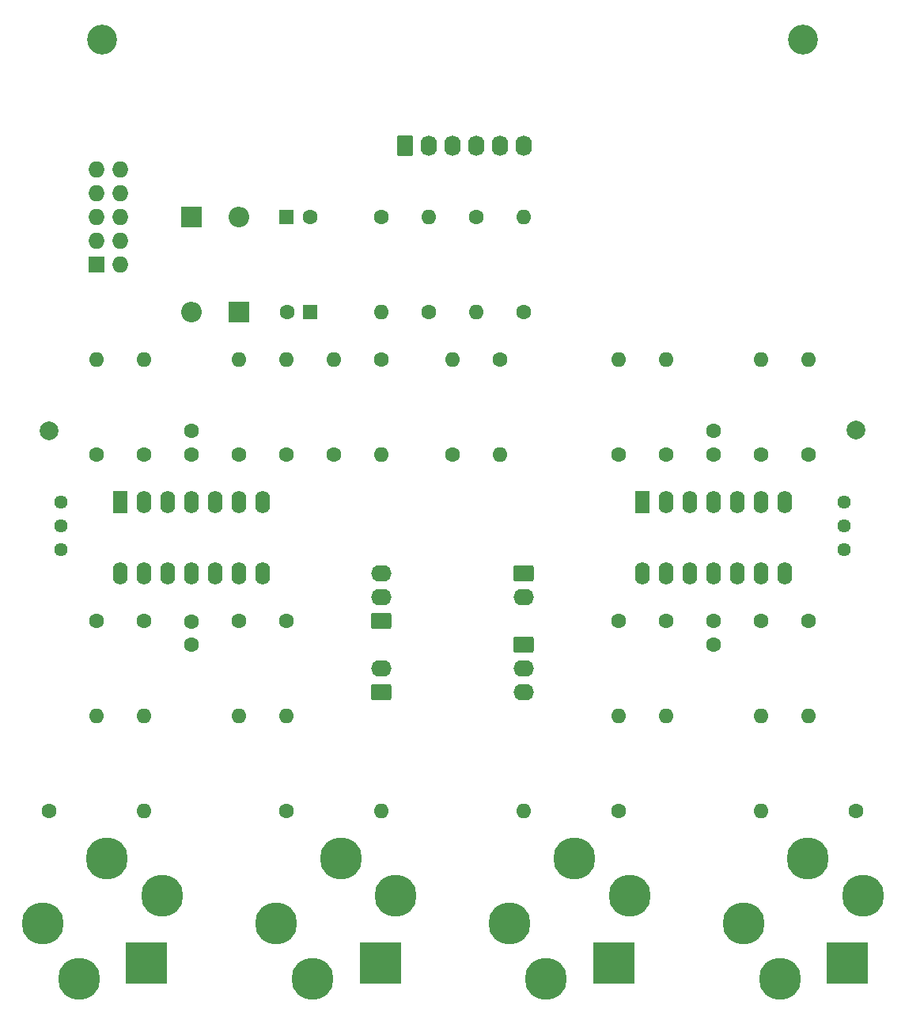
<source format=gbs>
G04 #@! TF.GenerationSoftware,KiCad,Pcbnew,6.0.5-a6ca702e91~116~ubuntu20.04.1*
G04 #@! TF.CreationDate,2022-06-21T20:26:15-04:00*
G04 #@! TF.ProjectId,joystick,6a6f7973-7469-4636-9b2e-6b696361645f,rev?*
G04 #@! TF.SameCoordinates,Original*
G04 #@! TF.FileFunction,Soldermask,Bot*
G04 #@! TF.FilePolarity,Negative*
%FSLAX46Y46*%
G04 Gerber Fmt 4.6, Leading zero omitted, Abs format (unit mm)*
G04 Created by KiCad (PCBNEW 6.0.5-a6ca702e91~116~ubuntu20.04.1) date 2022-06-21 20:26:15*
%MOMM*%
%LPD*%
G01*
G04 APERTURE LIST*
G04 Aperture macros list*
%AMRoundRect*
0 Rectangle with rounded corners*
0 $1 Rounding radius*
0 $2 $3 $4 $5 $6 $7 $8 $9 X,Y pos of 4 corners*
0 Add a 4 corners polygon primitive as box body*
4,1,4,$2,$3,$4,$5,$6,$7,$8,$9,$2,$3,0*
0 Add four circle primitives for the rounded corners*
1,1,$1+$1,$2,$3*
1,1,$1+$1,$4,$5*
1,1,$1+$1,$6,$7*
1,1,$1+$1,$8,$9*
0 Add four rect primitives between the rounded corners*
20,1,$1+$1,$2,$3,$4,$5,0*
20,1,$1+$1,$4,$5,$6,$7,0*
20,1,$1+$1,$6,$7,$8,$9,0*
20,1,$1+$1,$8,$9,$2,$3,0*%
G04 Aperture macros list end*
%ADD10C,4.500001*%
%ADD11R,4.500001X4.500001*%
%ADD12C,4.500000*%
%ADD13C,3.200000*%
%ADD14R,1.600000X1.600000*%
%ADD15C,1.600000*%
%ADD16R,2.200000X2.200000*%
%ADD17O,2.200000X2.200000*%
%ADD18R,1.727200X1.727200*%
%ADD19O,1.727200X1.727200*%
%ADD20RoundRect,0.249999X-0.620001X-0.845001X0.620001X-0.845001X0.620001X0.845001X-0.620001X0.845001X0*%
%ADD21O,1.740000X2.190000*%
%ADD22O,1.600000X1.600000*%
%ADD23R,1.600000X2.400000*%
%ADD24O,1.600000X2.400000*%
%ADD25RoundRect,0.249999X0.850001X-0.620001X0.850001X0.620001X-0.850001X0.620001X-0.850001X-0.620001X0*%
%ADD26O,2.200000X1.740000*%
%ADD27RoundRect,0.249999X-0.850001X0.620001X-0.850001X-0.620001X0.850001X-0.620001X0.850001X0.620001X0*%
%ADD28C,1.440000*%
%ADD29C,2.000000*%
G04 APERTURE END LIST*
D10*
G04 #@! TO.C,J4*
X110000000Y-138600000D03*
X115900000Y-142500000D03*
D11*
X114240000Y-149740000D03*
D12*
X103100000Y-145500000D03*
X107000000Y-151400000D03*
G04 #@! TD*
D10*
G04 #@! TO.C,J6*
X160000000Y-138600000D03*
X165900000Y-142500000D03*
D11*
X164240000Y-149740000D03*
D12*
X153100000Y-145500000D03*
X157000000Y-151400000D03*
G04 #@! TD*
D10*
G04 #@! TO.C,J11*
X135000000Y-138600000D03*
X140900000Y-142500000D03*
D11*
X139240000Y-149740000D03*
D12*
X128100000Y-145500000D03*
X132000000Y-151400000D03*
G04 #@! TD*
D10*
G04 #@! TO.C,J13*
X185000000Y-138600000D03*
X190900000Y-142500000D03*
D11*
X189240000Y-149740000D03*
D12*
X178100000Y-145500000D03*
X182000000Y-151400000D03*
G04 #@! TD*
D13*
G04 #@! TO.C,H1*
X109500000Y-51000000D03*
G04 #@! TD*
G04 #@! TO.C,H2*
X184500000Y-51000000D03*
G04 #@! TD*
D14*
G04 #@! TO.C,C2*
X129220000Y-70000000D03*
D15*
X131720000Y-70000000D03*
G04 #@! TD*
D14*
G04 #@! TO.C,C1*
X131760000Y-80160000D03*
D15*
X129260000Y-80160000D03*
G04 #@! TD*
G04 #@! TO.C,C4*
X119060000Y-115720000D03*
X119060000Y-113220000D03*
G04 #@! TD*
G04 #@! TO.C,C3*
X119060000Y-95360000D03*
X119060000Y-92860000D03*
G04 #@! TD*
D16*
G04 #@! TO.C,D2*
X119060000Y-70000000D03*
D17*
X119060000Y-80160000D03*
G04 #@! TD*
D16*
G04 #@! TO.C,D1*
X124140000Y-80160000D03*
D17*
X124140000Y-70000000D03*
G04 #@! TD*
D18*
G04 #@! TO.C,J1*
X108900000Y-75080000D03*
D19*
X111440000Y-75080000D03*
X108900000Y-72540000D03*
X111440000Y-72540000D03*
X108900000Y-70000000D03*
X111440000Y-70000000D03*
X108900000Y-67460000D03*
X111440000Y-67460000D03*
X108900000Y-64920000D03*
X111440000Y-64920000D03*
G04 #@! TD*
D20*
G04 #@! TO.C,J5*
X141920000Y-62380000D03*
D21*
X144460000Y-62380000D03*
X147000000Y-62380000D03*
X149540000Y-62380000D03*
X152080000Y-62380000D03*
X154620000Y-62380000D03*
G04 #@! TD*
D15*
G04 #@! TO.C,R3*
X113980000Y-95400000D03*
D22*
X113980000Y-85240000D03*
G04 #@! TD*
D15*
G04 #@! TO.C,R6*
X108900000Y-95400000D03*
D22*
X108900000Y-85240000D03*
G04 #@! TD*
D15*
G04 #@! TO.C,R7*
X124140000Y-95400000D03*
D22*
X124140000Y-85240000D03*
G04 #@! TD*
D15*
G04 #@! TO.C,R8*
X129220000Y-95400000D03*
D22*
X129220000Y-85240000D03*
G04 #@! TD*
D15*
G04 #@! TO.C,R9*
X124140000Y-113180000D03*
D22*
X124140000Y-123340000D03*
G04 #@! TD*
D15*
G04 #@! TO.C,R10*
X129220000Y-113180000D03*
D22*
X129220000Y-123340000D03*
G04 #@! TD*
D15*
G04 #@! TO.C,R11*
X103820000Y-133500000D03*
D22*
X113980000Y-133500000D03*
G04 #@! TD*
D15*
G04 #@! TO.C,R12*
X113980000Y-113180000D03*
D22*
X113980000Y-123340000D03*
G04 #@! TD*
D15*
G04 #@! TO.C,R13*
X108900000Y-113180000D03*
D22*
X108900000Y-123340000D03*
G04 #@! TD*
D15*
G04 #@! TO.C,R14*
X164780000Y-133500000D03*
D22*
X154620000Y-133500000D03*
G04 #@! TD*
D23*
G04 #@! TO.C,U1*
X111440000Y-100480000D03*
D24*
X113980000Y-100480000D03*
X116520000Y-100480000D03*
X119060000Y-100480000D03*
X121600000Y-100480000D03*
X124140000Y-100480000D03*
X126680000Y-100480000D03*
X126680000Y-108100000D03*
X124140000Y-108100000D03*
X121600000Y-108100000D03*
X119060000Y-108100000D03*
X116520000Y-108100000D03*
X113980000Y-108100000D03*
X111440000Y-108100000D03*
G04 #@! TD*
D15*
G04 #@! TO.C,R1*
X144460000Y-80160000D03*
D22*
X144460000Y-70000000D03*
G04 #@! TD*
D15*
G04 #@! TO.C,R2*
X139380000Y-70000000D03*
D22*
X139380000Y-80160000D03*
G04 #@! TD*
D15*
G04 #@! TO.C,R4*
X139380000Y-85240000D03*
D22*
X139380000Y-95400000D03*
G04 #@! TD*
D15*
G04 #@! TO.C,R5*
X134300000Y-95400000D03*
D22*
X134300000Y-85240000D03*
G04 #@! TD*
D15*
G04 #@! TO.C,C5*
X174940000Y-113180000D03*
X174940000Y-115680000D03*
G04 #@! TD*
G04 #@! TO.C,C6*
X174940000Y-92860000D03*
X174940000Y-95360000D03*
G04 #@! TD*
G04 #@! TO.C,R15*
X154620000Y-80160000D03*
D22*
X154620000Y-70000000D03*
G04 #@! TD*
D15*
G04 #@! TO.C,R16*
X149540000Y-70000000D03*
D22*
X149540000Y-80160000D03*
G04 #@! TD*
D15*
G04 #@! TO.C,R18*
X152080000Y-85240000D03*
D22*
X152080000Y-95400000D03*
G04 #@! TD*
D15*
G04 #@! TO.C,R19*
X147000000Y-95400000D03*
D22*
X147000000Y-85240000D03*
G04 #@! TD*
D15*
G04 #@! TO.C,R17*
X169860000Y-95400000D03*
D22*
X169860000Y-85240000D03*
G04 #@! TD*
D15*
G04 #@! TO.C,R21*
X180020000Y-95400000D03*
D22*
X180020000Y-85240000D03*
G04 #@! TD*
D15*
G04 #@! TO.C,R22*
X185100000Y-95400000D03*
D22*
X185100000Y-85240000D03*
G04 #@! TD*
D15*
G04 #@! TO.C,R23*
X180020000Y-113180000D03*
D22*
X180020000Y-123340000D03*
G04 #@! TD*
D15*
G04 #@! TO.C,R24*
X185100000Y-113180000D03*
D22*
X185100000Y-123340000D03*
G04 #@! TD*
D15*
G04 #@! TO.C,R25*
X129220000Y-133500000D03*
D22*
X139380000Y-133500000D03*
G04 #@! TD*
D15*
G04 #@! TO.C,R26*
X169860000Y-113180000D03*
D22*
X169860000Y-123340000D03*
G04 #@! TD*
D15*
G04 #@! TO.C,R27*
X164780000Y-113180000D03*
D22*
X164780000Y-123340000D03*
G04 #@! TD*
D15*
G04 #@! TO.C,R28*
X190180000Y-133500000D03*
D22*
X180020000Y-133500000D03*
G04 #@! TD*
D25*
G04 #@! TO.C,J7*
X139380000Y-113180000D03*
D26*
X139380000Y-110640000D03*
X139380000Y-108100000D03*
G04 #@! TD*
D25*
G04 #@! TO.C,J8*
X139380000Y-120800000D03*
D26*
X139380000Y-118260000D03*
G04 #@! TD*
D27*
G04 #@! TO.C,J12*
X154620000Y-115720000D03*
D26*
X154620000Y-118260000D03*
X154620000Y-120800000D03*
G04 #@! TD*
D27*
G04 #@! TO.C,J14*
X154620000Y-108100000D03*
D26*
X154620000Y-110640000D03*
G04 #@! TD*
D15*
G04 #@! TO.C,R20*
X164780000Y-95400000D03*
D22*
X164780000Y-85240000D03*
G04 #@! TD*
D28*
G04 #@! TO.C,RV1*
X105090000Y-105560000D03*
X105090000Y-103020000D03*
X105090000Y-100480000D03*
G04 #@! TD*
G04 #@! TO.C,RV4*
X188910000Y-105560000D03*
X188910000Y-103020000D03*
X188910000Y-100480000D03*
G04 #@! TD*
D29*
G04 #@! TO.C,TP1*
X103820000Y-92860000D03*
G04 #@! TD*
G04 #@! TO.C,TP2*
X190180000Y-92733000D03*
G04 #@! TD*
D23*
G04 #@! TO.C,U2*
X167320000Y-100480000D03*
D24*
X169860000Y-100480000D03*
X172400000Y-100480000D03*
X174940000Y-100480000D03*
X177480000Y-100480000D03*
X180020000Y-100480000D03*
X182560000Y-100480000D03*
X182560000Y-108100000D03*
X180020000Y-108100000D03*
X177480000Y-108100000D03*
X174940000Y-108100000D03*
X172400000Y-108100000D03*
X169860000Y-108100000D03*
X167320000Y-108100000D03*
G04 #@! TD*
M02*

</source>
